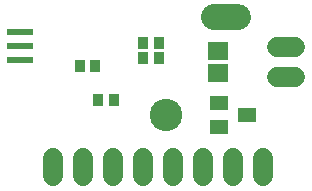
<source format=gbr>
G04 EAGLE Gerber X2 export*
%TF.Part,Single*%
%TF.FileFunction,Soldermask,Bot,1*%
%TF.FilePolarity,Negative*%
%TF.GenerationSoftware,Autodesk,EAGLE,9.0.0*%
%TF.CreationDate,2018-05-02T08:01:06Z*%
G75*
%MOMM*%
%FSLAX34Y34*%
%LPD*%
%AMOC8*
5,1,8,0,0,1.08239X$1,22.5*%
G01*
%ADD10R,0.903200X1.103200*%
%ADD11R,2.203200X0.603200*%
%ADD12R,1.703200X1.503200*%
%ADD13C,1.703200*%
%ADD14C,2.184400*%
%ADD15C,2.743200*%
%ADD16R,1.603200X1.203200*%
%ADD17C,1.727200*%


D10*
X85875Y111125D03*
X72875Y111125D03*
X126850Y117475D03*
X139850Y117475D03*
D11*
X22860Y116270D03*
X22860Y128270D03*
X22860Y140270D03*
D10*
X101750Y82550D03*
X88750Y82550D03*
X126850Y130175D03*
X139850Y130175D03*
D12*
X190500Y104800D03*
X190500Y123800D03*
D13*
X240150Y101600D02*
X255150Y101600D01*
X255150Y127000D02*
X240150Y127000D01*
D14*
X206756Y152400D02*
X186944Y152400D01*
D15*
X146050Y69850D03*
D16*
X190580Y59690D03*
X190580Y80010D03*
X214710Y69850D03*
D17*
X228600Y33020D02*
X228600Y17780D01*
X203200Y17780D02*
X203200Y33020D01*
X177800Y33020D02*
X177800Y17780D01*
X152400Y17780D02*
X152400Y33020D01*
X127000Y33020D02*
X127000Y17780D01*
X101600Y17780D02*
X101600Y33020D01*
X76200Y33020D02*
X76200Y17780D01*
X50800Y17780D02*
X50800Y33020D01*
M02*

</source>
